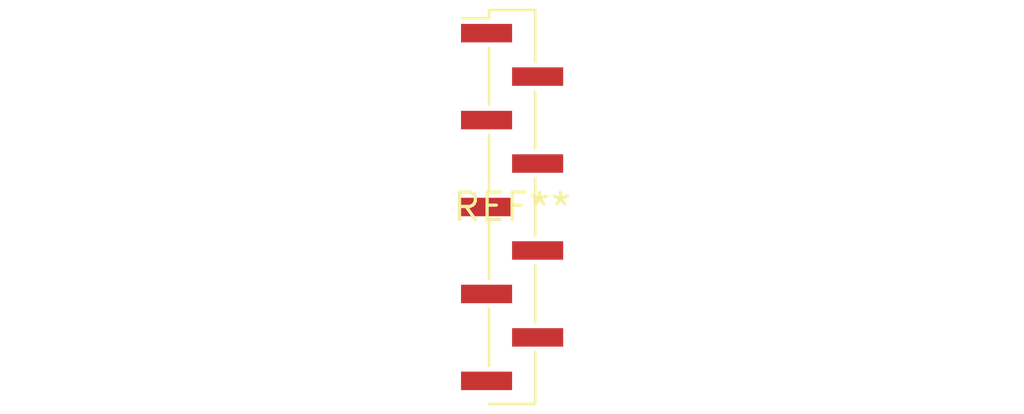
<source format=kicad_pcb>
(kicad_pcb (version 20240108) (generator pcbnew)
  (layers (0 "F.Cu" signal) (31 "B.Cu" signal) (34 "B.Paste" user) (35 "F.Paste" user) (36 "B.SilkS" user "B.Silkscreen") (37 "F.SilkS" user "F.Silkscreen") (38 "B.Mask" user) (39 "F.Mask" user) (44 "Edge.Cuts" user))
  (net 0 "")
  (footprint "PinHeader_1x09_P2.00mm_Vertical_SMD_Pin1Left" (layer "F.Cu") (at 0 0)
    (property "Reference" "REF**")
    (property "Value" "PinHeader_1x09_P2.00mm_Vertical_SMD_Pin1Left")
    (fp_line (start -1.06 -9.06) (end -1.06 -8.685) (layer "F.SilkS") (stroke (width 0.12)))
    (fp_line (start -1.06 -9.06) (end 1.06 -9.06) (layer "F.SilkS") (stroke (width 0.12)))
    (fp_line (start -1.06 -8.685) (end -2.29 -8.685) (layer "F.SilkS") (stroke (width 0.12)))
    (fp_line (start -1.06 -7.315) (end -1.06 -4.685) (layer "F.SilkS") (stroke (width 0.12)))
    (fp_line (start -1.06 -3.315) (end -1.06 -0.685) (layer "F.SilkS") (stroke (width 0.12)))
    (fp_line (start -1.06 0.685) (end -1.06 3.315) (layer "F.SilkS") (stroke (width 0.12)))
    (fp_line (start -1.06 4.685) (end -1.06 7.315) (layer "F.SilkS") (stroke (width 0.12)))
    (fp_line (start -1.06 9.06) (end 1.06 9.06) (layer "F.SilkS") (stroke (width 0.12)))
    (fp_line (start 1.06 -9.06) (end 1.06 -6.685) (layer "F.SilkS") (stroke (width 0.12)))
    (fp_line (start 1.06 -5.315) (end 1.06 -2.685) (layer "F.SilkS") (stroke (width 0.12)))
    (fp_line (start 1.06 -1.315) (end 1.06 1.315) (layer "F.SilkS") (stroke (width 0.12)))
    (fp_line (start 1.06 2.685) (end 1.06 5.315) (layer "F.SilkS") (stroke (width 0.12)))
    (fp_line (start 1.06 6.685) (end 1.06 9.06) (layer "F.SilkS") (stroke (width 0.12)))
    (fp_line (start 1.06 8.685) (end 1.06 9.06) (layer "F.SilkS") (stroke (width 0.12)))
    (pad "1" smd rect (at -1.175 -8) (size 2.35 0.85) (layers "F.Cu" "F.Paste" "F.Mask"))
    (pad "2" smd rect (at 1.175 -6) (size 2.35 0.85) (layers "F.Cu" "F.Paste" "F.Mask"))
    (pad "3" smd rect (at -1.175 -4) (size 2.35 0.85) (layers "F.Cu" "F.Paste" "F.Mask"))
    (pad "4" smd rect (at 1.175 -2) (size 2.35 0.85) (layers "F.Cu" "F.Paste" "F.Mask"))
    (pad "5" smd rect (at -1.175 0) (size 2.35 0.85) (layers "F.Cu" "F.Paste" "F.Mask"))
    (pad "6" smd rect (at 1.175 2) (size 2.35 0.85) (layers "F.Cu" "F.Paste" "F.Mask"))
    (pad "7" smd rect (at -1.175 4) (size 2.35 0.85) (layers "F.Cu" "F.Paste" "F.Mask"))
    (pad "8" smd rect (at 1.175 6) (size 2.35 0.85) (layers "F.Cu" "F.Paste" "F.Mask"))
    (pad "9" smd rect (at -1.175 8) (size 2.35 0.85) (layers "F.Cu" "F.Paste" "F.Mask"))
  )
)
</source>
